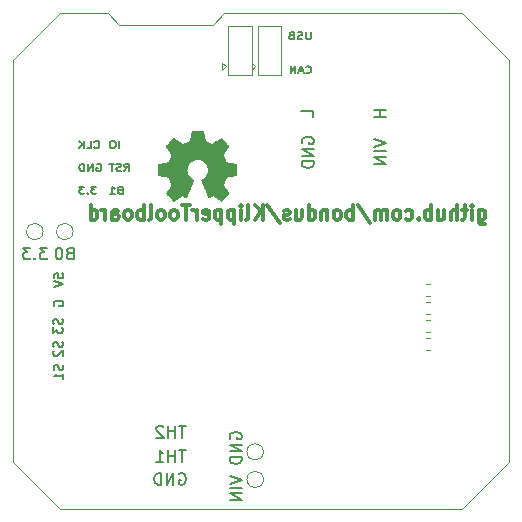
<source format=gbr>
G04 #@! TF.GenerationSoftware,KiCad,Pcbnew,(6.0.5)*
G04 #@! TF.CreationDate,2022-09-26T13:26:44+02:00*
G04 #@! TF.ProjectId,Huvud,48757675-642e-46b6-9963-61645f706362,rev?*
G04 #@! TF.SameCoordinates,PXad91980PY876bf80*
G04 #@! TF.FileFunction,Legend,Bot*
G04 #@! TF.FilePolarity,Positive*
%FSLAX46Y46*%
G04 Gerber Fmt 4.6, Leading zero omitted, Abs format (unit mm)*
G04 Created by KiCad (PCBNEW (6.0.5)) date 2022-09-26 13:26:44*
%MOMM*%
%LPD*%
G01*
G04 APERTURE LIST*
G04 #@! TA.AperFunction,Profile*
%ADD10C,0.100000*%
G04 #@! TD*
G04 #@! TA.AperFunction,Profile*
%ADD11C,0.050000*%
G04 #@! TD*
%ADD12C,0.130000*%
%ADD13C,0.150000*%
%ADD14C,0.300000*%
%ADD15C,0.200000*%
%ADD16C,0.120000*%
%ADD17C,0.010000*%
G04 APERTURE END LIST*
D10*
X42000000Y38000000D02*
X42000000Y4000000D01*
D11*
X4000000Y42000000D02*
X8000000Y42000000D01*
X17900000Y42000000D02*
X38000000Y42000000D01*
D10*
X9000000Y41000000D02*
X8000000Y42000000D01*
D11*
X4000000Y0D02*
X0Y4000000D01*
X38000000Y42000000D02*
X42000000Y38000000D01*
D10*
X17900000Y42000000D02*
X16900000Y41000000D01*
X16900000Y41000000D02*
X9000000Y41000000D01*
D11*
X0Y38000000D02*
X4000000Y42000000D01*
D10*
X0Y4000000D02*
X0Y38000000D01*
D11*
X38000000Y0D02*
X42000000Y4000000D01*
D10*
X38000000Y0D02*
X4000000Y0D01*
D12*
X6884500Y30617715D02*
X6917833Y30589143D01*
X7017833Y30560572D01*
X7084500Y30560572D01*
X7184500Y30589143D01*
X7251166Y30646286D01*
X7284500Y30703429D01*
X7317833Y30817715D01*
X7317833Y30903429D01*
X7284500Y31017715D01*
X7251166Y31074858D01*
X7184500Y31132000D01*
X7084500Y31160572D01*
X7017833Y31160572D01*
X6917833Y31132000D01*
X6884500Y31103429D01*
X6251166Y30560572D02*
X6584500Y30560572D01*
X6584500Y31160572D01*
X6017833Y30560572D02*
X6017833Y31160572D01*
X5617833Y30560572D02*
X5917833Y30903429D01*
X5617833Y31160572D02*
X6017833Y30817715D01*
X7084500Y29200000D02*
X7151166Y29228572D01*
X7251166Y29228572D01*
X7351166Y29200000D01*
X7417833Y29142858D01*
X7451166Y29085715D01*
X7484500Y28971429D01*
X7484500Y28885715D01*
X7451166Y28771429D01*
X7417833Y28714286D01*
X7351166Y28657143D01*
X7251166Y28628572D01*
X7184500Y28628572D01*
X7084500Y28657143D01*
X7051166Y28685715D01*
X7051166Y28885715D01*
X7184500Y28885715D01*
X6751166Y28628572D02*
X6751166Y29228572D01*
X6351166Y28628572D01*
X6351166Y29228572D01*
X6017833Y28628572D02*
X6017833Y29228572D01*
X5851166Y29228572D01*
X5751166Y29200000D01*
X5684500Y29142858D01*
X5651166Y29085715D01*
X5617833Y28971429D01*
X5617833Y28885715D01*
X5651166Y28771429D01*
X5684500Y28714286D01*
X5751166Y28657143D01*
X5851166Y28628572D01*
X6017833Y28628572D01*
X7051166Y27296572D02*
X6617833Y27296572D01*
X6851166Y27068000D01*
X6751166Y27068000D01*
X6684500Y27039429D01*
X6651166Y27010858D01*
X6617833Y26953715D01*
X6617833Y26810858D01*
X6651166Y26753715D01*
X6684500Y26725143D01*
X6751166Y26696572D01*
X6951166Y26696572D01*
X7017833Y26725143D01*
X7051166Y26753715D01*
X6317833Y26753715D02*
X6284500Y26725143D01*
X6317833Y26696572D01*
X6351166Y26725143D01*
X6317833Y26753715D01*
X6317833Y26696572D01*
X6051166Y27296572D02*
X5617833Y27296572D01*
X5851166Y27068000D01*
X5751166Y27068000D01*
X5684500Y27039429D01*
X5651166Y27010858D01*
X5617833Y26953715D01*
X5617833Y26810858D01*
X5651166Y26753715D01*
X5684500Y26725143D01*
X5751166Y26696572D01*
X5951166Y26696572D01*
X6017833Y26725143D01*
X6051166Y26753715D01*
X8984500Y30560572D02*
X8984500Y31160572D01*
X8517833Y31160572D02*
X8384500Y31160572D01*
X8317833Y31132000D01*
X8251166Y31074858D01*
X8217833Y30960572D01*
X8217833Y30760572D01*
X8251166Y30646286D01*
X8317833Y30589143D01*
X8384500Y30560572D01*
X8517833Y30560572D01*
X8584500Y30589143D01*
X8651166Y30646286D01*
X8684500Y30760572D01*
X8684500Y30960572D01*
X8651166Y31074858D01*
X8584500Y31132000D01*
X8517833Y31160572D01*
X9417833Y28628572D02*
X9651166Y28914286D01*
X9817833Y28628572D02*
X9817833Y29228572D01*
X9551166Y29228572D01*
X9484500Y29200000D01*
X9451166Y29171429D01*
X9417833Y29114286D01*
X9417833Y29028572D01*
X9451166Y28971429D01*
X9484500Y28942858D01*
X9551166Y28914286D01*
X9817833Y28914286D01*
X9151166Y28657143D02*
X9051166Y28628572D01*
X8884500Y28628572D01*
X8817833Y28657143D01*
X8784500Y28685715D01*
X8751166Y28742858D01*
X8751166Y28800000D01*
X8784500Y28857143D01*
X8817833Y28885715D01*
X8884500Y28914286D01*
X9017833Y28942858D01*
X9084500Y28971429D01*
X9117833Y29000000D01*
X9151166Y29057143D01*
X9151166Y29114286D01*
X9117833Y29171429D01*
X9084500Y29200000D01*
X9017833Y29228572D01*
X8851166Y29228572D01*
X8751166Y29200000D01*
X8551166Y29228572D02*
X8151166Y29228572D01*
X8351166Y28628572D02*
X8351166Y29228572D01*
X9051166Y27010858D02*
X8951166Y26982286D01*
X8917833Y26953715D01*
X8884500Y26896572D01*
X8884500Y26810858D01*
X8917833Y26753715D01*
X8951166Y26725143D01*
X9017833Y26696572D01*
X9284500Y26696572D01*
X9284500Y27296572D01*
X9051166Y27296572D01*
X8984500Y27268000D01*
X8951166Y27239429D01*
X8917833Y27182286D01*
X8917833Y27125143D01*
X8951166Y27068000D01*
X8984500Y27039429D01*
X9051166Y27010858D01*
X9284500Y27010858D01*
X8217833Y26696572D02*
X8617833Y26696572D01*
X8417833Y26696572D02*
X8417833Y27296572D01*
X8484500Y27210858D01*
X8551166Y27153715D01*
X8617833Y27125143D01*
D13*
X3461904Y19552381D02*
X3461904Y19933334D01*
X3842857Y19971429D01*
X3804761Y19933334D01*
X3766666Y19857143D01*
X3766666Y19666667D01*
X3804761Y19590477D01*
X3842857Y19552381D01*
X3919047Y19514286D01*
X4109523Y19514286D01*
X4185714Y19552381D01*
X4223809Y19590477D01*
X4261904Y19666667D01*
X4261904Y19857143D01*
X4223809Y19933334D01*
X4185714Y19971429D01*
X3461904Y19285715D02*
X4261904Y19019048D01*
X3461904Y18752381D01*
X2896119Y22126620D02*
X2277071Y22126620D01*
X2610404Y21745667D01*
X2467547Y21745667D01*
X2372309Y21698048D01*
X2324690Y21650429D01*
X2277071Y21555191D01*
X2277071Y21317096D01*
X2324690Y21221858D01*
X2372309Y21174239D01*
X2467547Y21126620D01*
X2753261Y21126620D01*
X2848500Y21174239D01*
X2896119Y21221858D01*
X1848500Y21221858D02*
X1800880Y21174239D01*
X1848500Y21126620D01*
X1896119Y21174239D01*
X1848500Y21221858D01*
X1848500Y21126620D01*
X1467547Y22126620D02*
X848500Y22126620D01*
X1181833Y21745667D01*
X1038976Y21745667D01*
X943738Y21698048D01*
X896119Y21650429D01*
X848500Y21555191D01*
X848500Y21317096D01*
X896119Y21221858D01*
X943738Y21174239D01*
X1038976Y21126620D01*
X1324690Y21126620D01*
X1419928Y21174239D01*
X1467547Y21221858D01*
X4223809Y12209524D02*
X4261904Y12095239D01*
X4261904Y11904762D01*
X4223809Y11828572D01*
X4185714Y11790477D01*
X4109523Y11752381D01*
X4033333Y11752381D01*
X3957142Y11790477D01*
X3919047Y11828572D01*
X3880952Y11904762D01*
X3842857Y12057143D01*
X3804761Y12133334D01*
X3766666Y12171429D01*
X3690476Y12209524D01*
X3614285Y12209524D01*
X3538095Y12171429D01*
X3500000Y12133334D01*
X3461904Y12057143D01*
X3461904Y11866667D01*
X3500000Y11752381D01*
X4261904Y10990477D02*
X4261904Y11447620D01*
X4261904Y11219048D02*
X3461904Y11219048D01*
X3576190Y11295239D01*
X3652380Y11371429D01*
X3690476Y11447620D01*
X24500000Y30961905D02*
X24452380Y31057143D01*
X24452380Y31200000D01*
X24500000Y31342858D01*
X24595238Y31438096D01*
X24690476Y31485715D01*
X24880952Y31533334D01*
X25023809Y31533334D01*
X25214285Y31485715D01*
X25309523Y31438096D01*
X25404761Y31342858D01*
X25452380Y31200000D01*
X25452380Y31104762D01*
X25404761Y30961905D01*
X25357142Y30914286D01*
X25023809Y30914286D01*
X25023809Y31104762D01*
X25452380Y30485715D02*
X24452380Y30485715D01*
X25452380Y29914286D01*
X24452380Y29914286D01*
X25452380Y29438096D02*
X24452380Y29438096D01*
X24452380Y29200000D01*
X24500000Y29057143D01*
X24595238Y28961905D01*
X24690476Y28914286D01*
X24880952Y28866667D01*
X25023809Y28866667D01*
X25214285Y28914286D01*
X25309523Y28961905D01*
X25404761Y29057143D01*
X25452380Y29200000D01*
X25452380Y29438096D01*
D12*
X25198833Y40377572D02*
X25198833Y39891858D01*
X25165500Y39834715D01*
X25132166Y39806143D01*
X25065500Y39777572D01*
X24932166Y39777572D01*
X24865500Y39806143D01*
X24832166Y39834715D01*
X24798833Y39891858D01*
X24798833Y40377572D01*
X24498833Y39806143D02*
X24398833Y39777572D01*
X24232166Y39777572D01*
X24165500Y39806143D01*
X24132166Y39834715D01*
X24098833Y39891858D01*
X24098833Y39949000D01*
X24132166Y40006143D01*
X24165500Y40034715D01*
X24232166Y40063286D01*
X24365500Y40091858D01*
X24432166Y40120429D01*
X24465500Y40149000D01*
X24498833Y40206143D01*
X24498833Y40263286D01*
X24465500Y40320429D01*
X24432166Y40349000D01*
X24365500Y40377572D01*
X24198833Y40377572D01*
X24098833Y40349000D01*
X23565500Y40091858D02*
X23465500Y40063286D01*
X23432166Y40034715D01*
X23398833Y39977572D01*
X23398833Y39891858D01*
X23432166Y39834715D01*
X23465500Y39806143D01*
X23532166Y39777572D01*
X23798833Y39777572D01*
X23798833Y40377572D01*
X23565500Y40377572D01*
X23498833Y40349000D01*
X23465500Y40320429D01*
X23432166Y40263286D01*
X23432166Y40206143D01*
X23465500Y40149000D01*
X23498833Y40120429D01*
X23565500Y40091858D01*
X23798833Y40091858D01*
X24798833Y36936715D02*
X24832166Y36908143D01*
X24932166Y36879572D01*
X24998833Y36879572D01*
X25098833Y36908143D01*
X25165500Y36965286D01*
X25198833Y37022429D01*
X25232166Y37136715D01*
X25232166Y37222429D01*
X25198833Y37336715D01*
X25165500Y37393858D01*
X25098833Y37451000D01*
X24998833Y37479572D01*
X24932166Y37479572D01*
X24832166Y37451000D01*
X24798833Y37422429D01*
X24532166Y37051000D02*
X24198833Y37051000D01*
X24598833Y36879572D02*
X24365500Y37479572D01*
X24132166Y36879572D01*
X23898833Y36879572D02*
X23898833Y37479572D01*
X23498833Y36879572D01*
X23498833Y37479572D01*
D14*
X39421428Y25307143D02*
X39421428Y24335715D01*
X39478571Y24221429D01*
X39535714Y24164286D01*
X39650000Y24107143D01*
X39821428Y24107143D01*
X39935714Y24164286D01*
X39421428Y24564286D02*
X39535714Y24507143D01*
X39764285Y24507143D01*
X39878571Y24564286D01*
X39935714Y24621429D01*
X39992857Y24735715D01*
X39992857Y25078572D01*
X39935714Y25192858D01*
X39878571Y25250000D01*
X39764285Y25307143D01*
X39535714Y25307143D01*
X39421428Y25250000D01*
X38850000Y24507143D02*
X38850000Y25307143D01*
X38850000Y25707143D02*
X38907142Y25650000D01*
X38850000Y25592858D01*
X38792857Y25650000D01*
X38850000Y25707143D01*
X38850000Y25592858D01*
X38450000Y25307143D02*
X37992857Y25307143D01*
X38278571Y25707143D02*
X38278571Y24678572D01*
X38221428Y24564286D01*
X38107142Y24507143D01*
X37992857Y24507143D01*
X37592857Y24507143D02*
X37592857Y25707143D01*
X37078571Y24507143D02*
X37078571Y25135715D01*
X37135714Y25250000D01*
X37250000Y25307143D01*
X37421428Y25307143D01*
X37535714Y25250000D01*
X37592857Y25192858D01*
X35992857Y25307143D02*
X35992857Y24507143D01*
X36507142Y25307143D02*
X36507142Y24678572D01*
X36450000Y24564286D01*
X36335714Y24507143D01*
X36164285Y24507143D01*
X36050000Y24564286D01*
X35992857Y24621429D01*
X35421428Y24507143D02*
X35421428Y25707143D01*
X35421428Y25250000D02*
X35307142Y25307143D01*
X35078571Y25307143D01*
X34964285Y25250000D01*
X34907142Y25192858D01*
X34850000Y25078572D01*
X34850000Y24735715D01*
X34907142Y24621429D01*
X34964285Y24564286D01*
X35078571Y24507143D01*
X35307142Y24507143D01*
X35421428Y24564286D01*
X34335714Y24621429D02*
X34278571Y24564286D01*
X34335714Y24507143D01*
X34392857Y24564286D01*
X34335714Y24621429D01*
X34335714Y24507143D01*
X33250000Y24564286D02*
X33364285Y24507143D01*
X33592857Y24507143D01*
X33707142Y24564286D01*
X33764285Y24621429D01*
X33821428Y24735715D01*
X33821428Y25078572D01*
X33764285Y25192858D01*
X33707142Y25250000D01*
X33592857Y25307143D01*
X33364285Y25307143D01*
X33250000Y25250000D01*
X32564285Y24507143D02*
X32678571Y24564286D01*
X32735714Y24621429D01*
X32792857Y24735715D01*
X32792857Y25078572D01*
X32735714Y25192858D01*
X32678571Y25250000D01*
X32564285Y25307143D01*
X32392857Y25307143D01*
X32278571Y25250000D01*
X32221428Y25192858D01*
X32164285Y25078572D01*
X32164285Y24735715D01*
X32221428Y24621429D01*
X32278571Y24564286D01*
X32392857Y24507143D01*
X32564285Y24507143D01*
X31650000Y24507143D02*
X31650000Y25307143D01*
X31650000Y25192858D02*
X31592857Y25250000D01*
X31478571Y25307143D01*
X31307142Y25307143D01*
X31192857Y25250000D01*
X31135714Y25135715D01*
X31135714Y24507143D01*
X31135714Y25135715D02*
X31078571Y25250000D01*
X30964285Y25307143D01*
X30792857Y25307143D01*
X30678571Y25250000D01*
X30621428Y25135715D01*
X30621428Y24507143D01*
X29192857Y25764286D02*
X30221428Y24221429D01*
X28792857Y24507143D02*
X28792857Y25707143D01*
X28792857Y25250000D02*
X28678571Y25307143D01*
X28450000Y25307143D01*
X28335714Y25250000D01*
X28278571Y25192858D01*
X28221428Y25078572D01*
X28221428Y24735715D01*
X28278571Y24621429D01*
X28335714Y24564286D01*
X28450000Y24507143D01*
X28678571Y24507143D01*
X28792857Y24564286D01*
X27535714Y24507143D02*
X27650000Y24564286D01*
X27707142Y24621429D01*
X27764285Y24735715D01*
X27764285Y25078572D01*
X27707142Y25192858D01*
X27650000Y25250000D01*
X27535714Y25307143D01*
X27364285Y25307143D01*
X27250000Y25250000D01*
X27192857Y25192858D01*
X27135714Y25078572D01*
X27135714Y24735715D01*
X27192857Y24621429D01*
X27250000Y24564286D01*
X27364285Y24507143D01*
X27535714Y24507143D01*
X26621428Y25307143D02*
X26621428Y24507143D01*
X26621428Y25192858D02*
X26564285Y25250000D01*
X26450000Y25307143D01*
X26278571Y25307143D01*
X26164285Y25250000D01*
X26107142Y25135715D01*
X26107142Y24507143D01*
X25021428Y24507143D02*
X25021428Y25707143D01*
X25021428Y24564286D02*
X25135714Y24507143D01*
X25364285Y24507143D01*
X25478571Y24564286D01*
X25535714Y24621429D01*
X25592857Y24735715D01*
X25592857Y25078572D01*
X25535714Y25192858D01*
X25478571Y25250000D01*
X25364285Y25307143D01*
X25135714Y25307143D01*
X25021428Y25250000D01*
X23935714Y25307143D02*
X23935714Y24507143D01*
X24450000Y25307143D02*
X24450000Y24678572D01*
X24392857Y24564286D01*
X24278571Y24507143D01*
X24107142Y24507143D01*
X23992857Y24564286D01*
X23935714Y24621429D01*
X23421428Y24564286D02*
X23307142Y24507143D01*
X23078571Y24507143D01*
X22964285Y24564286D01*
X22907142Y24678572D01*
X22907142Y24735715D01*
X22964285Y24850000D01*
X23078571Y24907143D01*
X23250000Y24907143D01*
X23364285Y24964286D01*
X23421428Y25078572D01*
X23421428Y25135715D01*
X23364285Y25250000D01*
X23250000Y25307143D01*
X23078571Y25307143D01*
X22964285Y25250000D01*
X21535714Y25764286D02*
X22564285Y24221429D01*
X21135714Y24507143D02*
X21135714Y25707143D01*
X20450000Y24507143D02*
X20964285Y25192858D01*
X20450000Y25707143D02*
X21135714Y25021429D01*
X19764285Y24507143D02*
X19878571Y24564286D01*
X19935714Y24678572D01*
X19935714Y25707143D01*
X19307142Y24507143D02*
X19307142Y25307143D01*
X19307142Y25707143D02*
X19364285Y25650000D01*
X19307142Y25592858D01*
X19250000Y25650000D01*
X19307142Y25707143D01*
X19307142Y25592858D01*
X18735714Y25307143D02*
X18735714Y24107143D01*
X18735714Y25250000D02*
X18621428Y25307143D01*
X18392857Y25307143D01*
X18278571Y25250000D01*
X18221428Y25192858D01*
X18164285Y25078572D01*
X18164285Y24735715D01*
X18221428Y24621429D01*
X18278571Y24564286D01*
X18392857Y24507143D01*
X18621428Y24507143D01*
X18735714Y24564286D01*
X17650000Y25307143D02*
X17650000Y24107143D01*
X17650000Y25250000D02*
X17535714Y25307143D01*
X17307142Y25307143D01*
X17192857Y25250000D01*
X17135714Y25192858D01*
X17078571Y25078572D01*
X17078571Y24735715D01*
X17135714Y24621429D01*
X17192857Y24564286D01*
X17307142Y24507143D01*
X17535714Y24507143D01*
X17650000Y24564286D01*
X16107142Y24564286D02*
X16221428Y24507143D01*
X16450000Y24507143D01*
X16564285Y24564286D01*
X16621428Y24678572D01*
X16621428Y25135715D01*
X16564285Y25250000D01*
X16450000Y25307143D01*
X16221428Y25307143D01*
X16107142Y25250000D01*
X16050000Y25135715D01*
X16050000Y25021429D01*
X16621428Y24907143D01*
X15535714Y24507143D02*
X15535714Y25307143D01*
X15535714Y25078572D02*
X15478571Y25192858D01*
X15421428Y25250000D01*
X15307142Y25307143D01*
X15192857Y25307143D01*
X14964285Y25707143D02*
X14278571Y25707143D01*
X14621428Y24507143D02*
X14621428Y25707143D01*
X13707142Y24507143D02*
X13821428Y24564286D01*
X13878571Y24621429D01*
X13935714Y24735715D01*
X13935714Y25078572D01*
X13878571Y25192858D01*
X13821428Y25250000D01*
X13707142Y25307143D01*
X13535714Y25307143D01*
X13421428Y25250000D01*
X13364285Y25192858D01*
X13307142Y25078572D01*
X13307142Y24735715D01*
X13364285Y24621429D01*
X13421428Y24564286D01*
X13535714Y24507143D01*
X13707142Y24507143D01*
X12621428Y24507143D02*
X12735714Y24564286D01*
X12792857Y24621429D01*
X12850000Y24735715D01*
X12850000Y25078572D01*
X12792857Y25192858D01*
X12735714Y25250000D01*
X12621428Y25307143D01*
X12450000Y25307143D01*
X12335714Y25250000D01*
X12278571Y25192858D01*
X12221428Y25078572D01*
X12221428Y24735715D01*
X12278571Y24621429D01*
X12335714Y24564286D01*
X12450000Y24507143D01*
X12621428Y24507143D01*
X11535714Y24507143D02*
X11650000Y24564286D01*
X11707142Y24678572D01*
X11707142Y25707143D01*
X11078571Y24507143D02*
X11078571Y25707143D01*
X11078571Y25250000D02*
X10964285Y25307143D01*
X10735714Y25307143D01*
X10621428Y25250000D01*
X10564285Y25192858D01*
X10507142Y25078572D01*
X10507142Y24735715D01*
X10564285Y24621429D01*
X10621428Y24564286D01*
X10735714Y24507143D01*
X10964285Y24507143D01*
X11078571Y24564286D01*
X9821428Y24507143D02*
X9935714Y24564286D01*
X9992857Y24621429D01*
X10050000Y24735715D01*
X10050000Y25078572D01*
X9992857Y25192858D01*
X9935714Y25250000D01*
X9821428Y25307143D01*
X9650000Y25307143D01*
X9535714Y25250000D01*
X9478571Y25192858D01*
X9421428Y25078572D01*
X9421428Y24735715D01*
X9478571Y24621429D01*
X9535714Y24564286D01*
X9650000Y24507143D01*
X9821428Y24507143D01*
X8392857Y24507143D02*
X8392857Y25135715D01*
X8450000Y25250000D01*
X8564285Y25307143D01*
X8792857Y25307143D01*
X8907142Y25250000D01*
X8392857Y24564286D02*
X8507142Y24507143D01*
X8792857Y24507143D01*
X8907142Y24564286D01*
X8964285Y24678572D01*
X8964285Y24792858D01*
X8907142Y24907143D01*
X8792857Y24964286D01*
X8507142Y24964286D01*
X8392857Y25021429D01*
X7821428Y24507143D02*
X7821428Y25307143D01*
X7821428Y25078572D02*
X7764285Y25192858D01*
X7707142Y25250000D01*
X7592857Y25307143D01*
X7478571Y25307143D01*
X6564285Y24507143D02*
X6564285Y25707143D01*
X6564285Y24564286D02*
X6678571Y24507143D01*
X6907142Y24507143D01*
X7021428Y24564286D01*
X7078571Y24621429D01*
X7135714Y24735715D01*
X7135714Y25078572D01*
X7078571Y25192858D01*
X7021428Y25250000D01*
X6907142Y25307143D01*
X6678571Y25307143D01*
X6564285Y25250000D01*
D13*
X3500000Y17190477D02*
X3461904Y17266667D01*
X3461904Y17380953D01*
X3500000Y17495239D01*
X3576190Y17571429D01*
X3652380Y17609524D01*
X3804761Y17647620D01*
X3919047Y17647620D01*
X4071428Y17609524D01*
X4147619Y17571429D01*
X4223809Y17495239D01*
X4261904Y17380953D01*
X4261904Y17304762D01*
X4223809Y17190477D01*
X4185714Y17152381D01*
X3919047Y17152381D01*
X3919047Y17304762D01*
X30602380Y31295239D02*
X31602380Y30961905D01*
X30602380Y30628572D01*
X31602380Y30295239D02*
X30602380Y30295239D01*
X31602380Y29819048D02*
X30602380Y29819048D01*
X31602380Y29247620D01*
X30602380Y29247620D01*
D15*
X18400000Y5933334D02*
X18352380Y6028572D01*
X18352380Y6171429D01*
X18400000Y6314286D01*
X18495238Y6409524D01*
X18590476Y6457143D01*
X18780952Y6504762D01*
X18923809Y6504762D01*
X19114285Y6457143D01*
X19209523Y6409524D01*
X19304761Y6314286D01*
X19352380Y6171429D01*
X19352380Y6076191D01*
X19304761Y5933334D01*
X19257142Y5885715D01*
X18923809Y5885715D01*
X18923809Y6076191D01*
X19352380Y5457143D02*
X18352380Y5457143D01*
X19352380Y4885715D01*
X18352380Y4885715D01*
X19352380Y4409524D02*
X18352380Y4409524D01*
X18352380Y4171429D01*
X18400000Y4028572D01*
X18495238Y3933334D01*
X18590476Y3885715D01*
X18780952Y3838096D01*
X18923809Y3838096D01*
X19114285Y3885715D01*
X19209523Y3933334D01*
X19304761Y4028572D01*
X19352380Y4171429D01*
X19352380Y4409524D01*
X18352380Y2790477D02*
X19352380Y2457143D01*
X18352380Y2123810D01*
X19352380Y1790477D02*
X18352380Y1790477D01*
X19352380Y1314286D02*
X18352380Y1314286D01*
X19352380Y742858D01*
X18352380Y742858D01*
D13*
X14614166Y7047620D02*
X14042738Y7047620D01*
X14328452Y6047620D02*
X14328452Y7047620D01*
X13709404Y6047620D02*
X13709404Y7047620D01*
X13709404Y6571429D02*
X13137976Y6571429D01*
X13137976Y6047620D02*
X13137976Y7047620D01*
X12709404Y6952381D02*
X12661785Y7000000D01*
X12566547Y7047620D01*
X12328452Y7047620D01*
X12233214Y7000000D01*
X12185595Y6952381D01*
X12137976Y6857143D01*
X12137976Y6761905D01*
X12185595Y6619048D01*
X12757023Y6047620D01*
X12137976Y6047620D01*
X14061904Y3000000D02*
X14157142Y3047620D01*
X14300000Y3047620D01*
X14442857Y3000000D01*
X14538095Y2904762D01*
X14585714Y2809524D01*
X14633333Y2619048D01*
X14633333Y2476191D01*
X14585714Y2285715D01*
X14538095Y2190477D01*
X14442857Y2095239D01*
X14300000Y2047620D01*
X14204761Y2047620D01*
X14061904Y2095239D01*
X14014285Y2142858D01*
X14014285Y2476191D01*
X14204761Y2476191D01*
X13585714Y2047620D02*
X13585714Y3047620D01*
X13014285Y2047620D01*
X13014285Y3047620D01*
X12538095Y2047620D02*
X12538095Y3047620D01*
X12300000Y3047620D01*
X12157142Y3000000D01*
X12061904Y2904762D01*
X12014285Y2809524D01*
X11966666Y2619048D01*
X11966666Y2476191D01*
X12014285Y2285715D01*
X12061904Y2190477D01*
X12157142Y2095239D01*
X12300000Y2047620D01*
X12538095Y2047620D01*
X4793261Y21650429D02*
X4650404Y21602810D01*
X4602785Y21555191D01*
X4555166Y21459953D01*
X4555166Y21317096D01*
X4602785Y21221858D01*
X4650404Y21174239D01*
X4745642Y21126620D01*
X5126595Y21126620D01*
X5126595Y22126620D01*
X4793261Y22126620D01*
X4698023Y22079000D01*
X4650404Y22031381D01*
X4602785Y21936143D01*
X4602785Y21840905D01*
X4650404Y21745667D01*
X4698023Y21698048D01*
X4793261Y21650429D01*
X5126595Y21650429D01*
X3936119Y22126620D02*
X3840880Y22126620D01*
X3745642Y22079000D01*
X3698023Y22031381D01*
X3650404Y21936143D01*
X3602785Y21745667D01*
X3602785Y21507572D01*
X3650404Y21317096D01*
X3698023Y21221858D01*
X3745642Y21174239D01*
X3840880Y21126620D01*
X3936119Y21126620D01*
X4031357Y21174239D01*
X4078976Y21221858D01*
X4126595Y21317096D01*
X4174214Y21507572D01*
X4174214Y21745667D01*
X4126595Y21936143D01*
X4078976Y22031381D01*
X4031357Y22079000D01*
X3936119Y22126620D01*
X14614166Y4997620D02*
X14042738Y4997620D01*
X14328452Y3997620D02*
X14328452Y4997620D01*
X13709404Y3997620D02*
X13709404Y4997620D01*
X13709404Y4521429D02*
X13137976Y4521429D01*
X13137976Y3997620D02*
X13137976Y4997620D01*
X12137976Y3997620D02*
X12709404Y3997620D01*
X12423690Y3997620D02*
X12423690Y4997620D01*
X12518928Y4854762D01*
X12614166Y4759524D01*
X12709404Y4711905D01*
X4173809Y16109524D02*
X4211904Y15995239D01*
X4211904Y15804762D01*
X4173809Y15728572D01*
X4135714Y15690477D01*
X4059523Y15652381D01*
X3983333Y15652381D01*
X3907142Y15690477D01*
X3869047Y15728572D01*
X3830952Y15804762D01*
X3792857Y15957143D01*
X3754761Y16033334D01*
X3716666Y16071429D01*
X3640476Y16109524D01*
X3564285Y16109524D01*
X3488095Y16071429D01*
X3450000Y16033334D01*
X3411904Y15957143D01*
X3411904Y15766667D01*
X3450000Y15652381D01*
X3411904Y15385715D02*
X3411904Y14890477D01*
X3716666Y15157143D01*
X3716666Y15042858D01*
X3754761Y14966667D01*
X3792857Y14928572D01*
X3869047Y14890477D01*
X4059523Y14890477D01*
X4135714Y14928572D01*
X4173809Y14966667D01*
X4211904Y15042858D01*
X4211904Y15271429D01*
X4173809Y15347620D01*
X4135714Y15385715D01*
X25402380Y33190477D02*
X25402380Y33666667D01*
X24402380Y33666667D01*
X31602380Y33785715D02*
X30602380Y33785715D01*
X31078571Y33785715D02*
X31078571Y33214286D01*
X31602380Y33214286D02*
X30602380Y33214286D01*
X4173809Y14159524D02*
X4211904Y14045239D01*
X4211904Y13854762D01*
X4173809Y13778572D01*
X4135714Y13740477D01*
X4059523Y13702381D01*
X3983333Y13702381D01*
X3907142Y13740477D01*
X3869047Y13778572D01*
X3830952Y13854762D01*
X3792857Y14007143D01*
X3754761Y14083334D01*
X3716666Y14121429D01*
X3640476Y14159524D01*
X3564285Y14159524D01*
X3488095Y14121429D01*
X3450000Y14083334D01*
X3411904Y14007143D01*
X3411904Y13816667D01*
X3450000Y13702381D01*
X3488095Y13397620D02*
X3450000Y13359524D01*
X3411904Y13283334D01*
X3411904Y13092858D01*
X3450000Y13016667D01*
X3488095Y12978572D01*
X3564285Y12940477D01*
X3640476Y12940477D01*
X3754761Y12978572D01*
X4211904Y13435715D01*
X4211904Y12940477D01*
D16*
X5088500Y23484000D02*
G75*
G03*
X5088500Y23484000I-700000J0D01*
G01*
X2548500Y23484000D02*
G75*
G03*
X2548500Y23484000I-700000J0D01*
G01*
X21200000Y2500000D02*
G75*
G03*
X21200000Y2500000I-700000J0D01*
G01*
X21200000Y4840000D02*
G75*
G03*
X21200000Y4840000I-700000J0D01*
G01*
G36*
X16137275Y31581069D02*
G01*
X16221095Y31136445D01*
X16839667Y30881449D01*
X17210707Y31133754D01*
X17284144Y31183494D01*
X17381499Y31248782D01*
X17465787Y31304546D01*
X17532631Y31347922D01*
X17577654Y31376047D01*
X17596478Y31386058D01*
X17608039Y31378939D01*
X17642596Y31349106D01*
X17694894Y31300148D01*
X17760500Y31236560D01*
X17834983Y31162837D01*
X17913913Y31083475D01*
X17992856Y31002969D01*
X18067384Y30925815D01*
X18133063Y30856507D01*
X18185463Y30799543D01*
X18220153Y30759416D01*
X18232701Y30740623D01*
X18229782Y30732549D01*
X18209571Y30696531D01*
X18172663Y30637256D01*
X18122050Y30559370D01*
X18060725Y30467519D01*
X17991679Y30366350D01*
X17953787Y30311174D01*
X17888606Y30215116D01*
X17832723Y30131283D01*
X17789117Y30064223D01*
X17760769Y30018481D01*
X17750657Y29998604D01*
X17750823Y29997503D01*
X17759743Y29972306D01*
X17780206Y29920853D01*
X17809360Y29849865D01*
X17844353Y29766065D01*
X17882332Y29676172D01*
X17920445Y29586909D01*
X17955839Y29504997D01*
X17985662Y29437157D01*
X18007061Y29390110D01*
X18017184Y29370578D01*
X18023174Y29368845D01*
X18059566Y29361031D01*
X18124427Y29348085D01*
X18212565Y29331021D01*
X18318787Y29310849D01*
X18437902Y29288582D01*
X18500683Y29276777D01*
X18615912Y29254252D01*
X18716662Y29233450D01*
X18797426Y29215565D01*
X18852698Y29201792D01*
X18876971Y29193326D01*
X18881331Y29184934D01*
X18888563Y29143928D01*
X18894246Y29075632D01*
X18898382Y28986471D01*
X18900977Y28882872D01*
X18902036Y28771260D01*
X18901561Y28658062D01*
X18899559Y28549704D01*
X18896033Y28452611D01*
X18890987Y28373210D01*
X18884427Y28317928D01*
X18876356Y28293190D01*
X18871458Y28290400D01*
X18834930Y28278431D01*
X18771565Y28262595D01*
X18688686Y28244626D01*
X18593618Y28226259D01*
X18561542Y28220409D01*
X18413393Y28193202D01*
X18296961Y28171337D01*
X18208209Y28153907D01*
X18143103Y28140004D01*
X18097606Y28128723D01*
X18067682Y28119157D01*
X18049294Y28110399D01*
X18038407Y28101543D01*
X18037142Y28100057D01*
X18019338Y28069069D01*
X17992994Y28012366D01*
X17960661Y27936601D01*
X17924893Y27848426D01*
X17888244Y27754493D01*
X17853266Y27661453D01*
X17822513Y27575959D01*
X17798538Y27504664D01*
X17783895Y27454218D01*
X17781136Y27431274D01*
X17782981Y27428297D01*
X17802075Y27399507D01*
X17837984Y27346405D01*
X17887378Y27273883D01*
X17946927Y27186833D01*
X18013303Y27090146D01*
X18031520Y27063544D01*
X18095577Y26968125D01*
X18150937Y26882788D01*
X18194439Y26812595D01*
X18222924Y26762606D01*
X18233232Y26737884D01*
X18231011Y26731384D01*
X18207858Y26699356D01*
X18162177Y26647055D01*
X18097241Y26578001D01*
X18016319Y26495714D01*
X17922685Y26403714D01*
X17869165Y26352219D01*
X17784542Y26272017D01*
X17710475Y26203322D01*
X17650941Y26149748D01*
X17609917Y26114915D01*
X17591381Y26102437D01*
X17578646Y26107062D01*
X17539436Y26128943D01*
X17482495Y26164727D01*
X17415250Y26209883D01*
X17367438Y26242835D01*
X17271985Y26308273D01*
X17170125Y26377772D01*
X17077088Y26440925D01*
X16894832Y26564200D01*
X16741841Y26481480D01*
X16705817Y26462387D01*
X16640303Y26429728D01*
X16589640Y26407181D01*
X16562564Y26398774D01*
X16553703Y26409570D01*
X16531699Y26450677D01*
X16499199Y26518451D01*
X16458010Y26608591D01*
X16409942Y26716795D01*
X16356802Y26838763D01*
X16300399Y26970192D01*
X16242542Y27106782D01*
X16185038Y27244233D01*
X16129697Y27378242D01*
X16078326Y27504509D01*
X16032735Y27618732D01*
X15994732Y27716610D01*
X15966124Y27793843D01*
X15948721Y27846129D01*
X15944331Y27869167D01*
X15944628Y27869840D01*
X15965077Y27891137D01*
X16007850Y27924492D01*
X16064117Y27962989D01*
X16081877Y27974744D01*
X16217014Y28086265D01*
X16328856Y28219094D01*
X16414755Y28367702D01*
X16472062Y28526560D01*
X16498131Y28690140D01*
X16490313Y28852912D01*
X16458644Y28997685D01*
X16401782Y29143876D01*
X16318888Y29274297D01*
X16205131Y29398187D01*
X16160433Y29437765D01*
X16015935Y29535277D01*
X15859838Y29600950D01*
X15696667Y29635370D01*
X15530943Y29639126D01*
X15367192Y29612806D01*
X15209936Y29556997D01*
X15063698Y29472286D01*
X14933004Y29359263D01*
X14822374Y29218513D01*
X14801105Y29183658D01*
X14728810Y29024345D01*
X14690415Y28858448D01*
X14684914Y28690263D01*
X14711301Y28524087D01*
X14768570Y28364216D01*
X14855717Y28214947D01*
X14971736Y28080577D01*
X15115622Y27965401D01*
X15120294Y27962298D01*
X15175964Y27923067D01*
X15217689Y27889714D01*
X15236746Y27869167D01*
X15234342Y27853059D01*
X15219391Y27806156D01*
X15192881Y27733461D01*
X15156620Y27639275D01*
X15112416Y27527902D01*
X15062076Y27403642D01*
X15007407Y27270798D01*
X14950218Y27133673D01*
X14892316Y26996568D01*
X14835510Y26863785D01*
X14781606Y26739626D01*
X14732412Y26628394D01*
X14689737Y26534391D01*
X14655387Y26461918D01*
X14631171Y26415278D01*
X14618897Y26398774D01*
X14608689Y26401009D01*
X14568586Y26417074D01*
X14509318Y26445241D01*
X14439619Y26481480D01*
X14286629Y26564200D01*
X14104373Y26440925D01*
X14050527Y26404421D01*
X13950374Y26336216D01*
X13850525Y26267902D01*
X13766211Y26209883D01*
X13719679Y26178264D01*
X13659200Y26138980D01*
X13614357Y26112088D01*
X13592455Y26102117D01*
X13583045Y26106350D01*
X13549031Y26132279D01*
X13496595Y26177930D01*
X13430301Y26238814D01*
X13354713Y26310439D01*
X13274396Y26388317D01*
X13193913Y26467955D01*
X13117829Y26544865D01*
X13050707Y26614555D01*
X12997112Y26672536D01*
X12961608Y26714316D01*
X12948759Y26735407D01*
X12949500Y26739419D01*
X12964793Y26772080D01*
X12997462Y26828588D01*
X13044350Y26903837D01*
X13102301Y26992725D01*
X13168157Y27090146D01*
X13186627Y27117018D01*
X13251482Y27211577D01*
X13308609Y27295173D01*
X13354678Y27362916D01*
X13386359Y27409914D01*
X13400324Y27431274D01*
X13400668Y27432189D01*
X13396546Y27458322D01*
X13380807Y27511260D01*
X13356004Y27584353D01*
X13324689Y27670948D01*
X13289417Y27764392D01*
X13252740Y27858035D01*
X13217212Y27945223D01*
X13185386Y28019305D01*
X13159816Y28073629D01*
X13143053Y28101543D01*
X13141374Y28103276D01*
X13129372Y28112044D01*
X13109103Y28120885D01*
X13076529Y28130708D01*
X13027616Y28142417D01*
X12958327Y28156920D01*
X12864625Y28175124D01*
X12742476Y28197934D01*
X12587842Y28226259D01*
X12555770Y28232220D01*
X12463893Y28250648D01*
X12386607Y28268108D01*
X12331236Y28282867D01*
X12305105Y28293190D01*
X12300733Y28301803D01*
X12293445Y28343174D01*
X12287669Y28411759D01*
X12283410Y28501132D01*
X12280673Y28604865D01*
X12279462Y28716535D01*
X12279782Y28829713D01*
X12281636Y28937974D01*
X12285030Y29034892D01*
X12289967Y29114041D01*
X12296452Y29168994D01*
X12304489Y29193326D01*
X12312696Y29196921D01*
X12353519Y29208252D01*
X12422524Y29224278D01*
X12514203Y29243805D01*
X12623050Y29265638D01*
X12743558Y29288582D01*
X12809357Y29300841D01*
X12922135Y29322099D01*
X13019207Y29340713D01*
X13095382Y29355672D01*
X13145469Y29365964D01*
X13164276Y29370578D01*
X13164983Y29371529D01*
X13176961Y29395690D01*
X13199794Y29446306D01*
X13230630Y29516662D01*
X13266613Y29600042D01*
X13304891Y29689730D01*
X13342609Y29779011D01*
X13376913Y29861168D01*
X13404949Y29929487D01*
X13423864Y29977252D01*
X13430803Y29997746D01*
X13427742Y30004957D01*
X13407372Y30039272D01*
X13370422Y30097030D01*
X13319860Y30173701D01*
X13258657Y30264752D01*
X13189781Y30365650D01*
X13151994Y30420907D01*
X13086782Y30517785D01*
X13030871Y30602807D01*
X12987241Y30671338D01*
X12958877Y30718740D01*
X12948759Y30740377D01*
X12955790Y30752113D01*
X12985197Y30787182D01*
X13033441Y30840255D01*
X13096093Y30906836D01*
X13168725Y30982426D01*
X13246908Y31062528D01*
X13326214Y31142646D01*
X13402213Y31218282D01*
X13470478Y31284938D01*
X13526580Y31338118D01*
X13566090Y31373324D01*
X13584579Y31386058D01*
X13594843Y31381107D01*
X13632530Y31358143D01*
X13693348Y31319062D01*
X13772913Y31266728D01*
X13866843Y31204004D01*
X13970754Y31133754D01*
X14341794Y30881449D01*
X14651080Y31008947D01*
X14960365Y31136445D01*
X15044186Y31581069D01*
X15128006Y32025693D01*
X16053454Y32025693D01*
X16137275Y31581069D01*
G37*
D17*
X16137275Y31581069D02*
X16221095Y31136445D01*
X16839667Y30881449D01*
X17210707Y31133754D01*
X17284144Y31183494D01*
X17381499Y31248782D01*
X17465787Y31304546D01*
X17532631Y31347922D01*
X17577654Y31376047D01*
X17596478Y31386058D01*
X17608039Y31378939D01*
X17642596Y31349106D01*
X17694894Y31300148D01*
X17760500Y31236560D01*
X17834983Y31162837D01*
X17913913Y31083475D01*
X17992856Y31002969D01*
X18067384Y30925815D01*
X18133063Y30856507D01*
X18185463Y30799543D01*
X18220153Y30759416D01*
X18232701Y30740623D01*
X18229782Y30732549D01*
X18209571Y30696531D01*
X18172663Y30637256D01*
X18122050Y30559370D01*
X18060725Y30467519D01*
X17991679Y30366350D01*
X17953787Y30311174D01*
X17888606Y30215116D01*
X17832723Y30131283D01*
X17789117Y30064223D01*
X17760769Y30018481D01*
X17750657Y29998604D01*
X17750823Y29997503D01*
X17759743Y29972306D01*
X17780206Y29920853D01*
X17809360Y29849865D01*
X17844353Y29766065D01*
X17882332Y29676172D01*
X17920445Y29586909D01*
X17955839Y29504997D01*
X17985662Y29437157D01*
X18007061Y29390110D01*
X18017184Y29370578D01*
X18023174Y29368845D01*
X18059566Y29361031D01*
X18124427Y29348085D01*
X18212565Y29331021D01*
X18318787Y29310849D01*
X18437902Y29288582D01*
X18500683Y29276777D01*
X18615912Y29254252D01*
X18716662Y29233450D01*
X18797426Y29215565D01*
X18852698Y29201792D01*
X18876971Y29193326D01*
X18881331Y29184934D01*
X18888563Y29143928D01*
X18894246Y29075632D01*
X18898382Y28986471D01*
X18900977Y28882872D01*
X18902036Y28771260D01*
X18901561Y28658062D01*
X18899559Y28549704D01*
X18896033Y28452611D01*
X18890987Y28373210D01*
X18884427Y28317928D01*
X18876356Y28293190D01*
X18871458Y28290400D01*
X18834930Y28278431D01*
X18771565Y28262595D01*
X18688686Y28244626D01*
X18593618Y28226259D01*
X18561542Y28220409D01*
X18413393Y28193202D01*
X18296961Y28171337D01*
X18208209Y28153907D01*
X18143103Y28140004D01*
X18097606Y28128723D01*
X18067682Y28119157D01*
X18049294Y28110399D01*
X18038407Y28101543D01*
X18037142Y28100057D01*
X18019338Y28069069D01*
X17992994Y28012366D01*
X17960661Y27936601D01*
X17924893Y27848426D01*
X17888244Y27754493D01*
X17853266Y27661453D01*
X17822513Y27575959D01*
X17798538Y27504664D01*
X17783895Y27454218D01*
X17781136Y27431274D01*
X17782981Y27428297D01*
X17802075Y27399507D01*
X17837984Y27346405D01*
X17887378Y27273883D01*
X17946927Y27186833D01*
X18013303Y27090146D01*
X18031520Y27063544D01*
X18095577Y26968125D01*
X18150937Y26882788D01*
X18194439Y26812595D01*
X18222924Y26762606D01*
X18233232Y26737884D01*
X18231011Y26731384D01*
X18207858Y26699356D01*
X18162177Y26647055D01*
X18097241Y26578001D01*
X18016319Y26495714D01*
X17922685Y26403714D01*
X17869165Y26352219D01*
X17784542Y26272017D01*
X17710475Y26203322D01*
X17650941Y26149748D01*
X17609917Y26114915D01*
X17591381Y26102437D01*
X17578646Y26107062D01*
X17539436Y26128943D01*
X17482495Y26164727D01*
X17415250Y26209883D01*
X17367438Y26242835D01*
X17271985Y26308273D01*
X17170125Y26377772D01*
X17077088Y26440925D01*
X16894832Y26564200D01*
X16741841Y26481480D01*
X16705817Y26462387D01*
X16640303Y26429728D01*
X16589640Y26407181D01*
X16562564Y26398774D01*
X16553703Y26409570D01*
X16531699Y26450677D01*
X16499199Y26518451D01*
X16458010Y26608591D01*
X16409942Y26716795D01*
X16356802Y26838763D01*
X16300399Y26970192D01*
X16242542Y27106782D01*
X16185038Y27244233D01*
X16129697Y27378242D01*
X16078326Y27504509D01*
X16032735Y27618732D01*
X15994732Y27716610D01*
X15966124Y27793843D01*
X15948721Y27846129D01*
X15944331Y27869167D01*
X15944628Y27869840D01*
X15965077Y27891137D01*
X16007850Y27924492D01*
X16064117Y27962989D01*
X16081877Y27974744D01*
X16217014Y28086265D01*
X16328856Y28219094D01*
X16414755Y28367702D01*
X16472062Y28526560D01*
X16498131Y28690140D01*
X16490313Y28852912D01*
X16458644Y28997685D01*
X16401782Y29143876D01*
X16318888Y29274297D01*
X16205131Y29398187D01*
X16160433Y29437765D01*
X16015935Y29535277D01*
X15859838Y29600950D01*
X15696667Y29635370D01*
X15530943Y29639126D01*
X15367192Y29612806D01*
X15209936Y29556997D01*
X15063698Y29472286D01*
X14933004Y29359263D01*
X14822374Y29218513D01*
X14801105Y29183658D01*
X14728810Y29024345D01*
X14690415Y28858448D01*
X14684914Y28690263D01*
X14711301Y28524087D01*
X14768570Y28364216D01*
X14855717Y28214947D01*
X14971736Y28080577D01*
X15115622Y27965401D01*
X15120294Y27962298D01*
X15175964Y27923067D01*
X15217689Y27889714D01*
X15236746Y27869167D01*
X15234342Y27853059D01*
X15219391Y27806156D01*
X15192881Y27733461D01*
X15156620Y27639275D01*
X15112416Y27527902D01*
X15062076Y27403642D01*
X15007407Y27270798D01*
X14950218Y27133673D01*
X14892316Y26996568D01*
X14835510Y26863785D01*
X14781606Y26739626D01*
X14732412Y26628394D01*
X14689737Y26534391D01*
X14655387Y26461918D01*
X14631171Y26415278D01*
X14618897Y26398774D01*
X14608689Y26401009D01*
X14568586Y26417074D01*
X14509318Y26445241D01*
X14439619Y26481480D01*
X14286629Y26564200D01*
X14104373Y26440925D01*
X14050527Y26404421D01*
X13950374Y26336216D01*
X13850525Y26267902D01*
X13766211Y26209883D01*
X13719679Y26178264D01*
X13659200Y26138980D01*
X13614357Y26112088D01*
X13592455Y26102117D01*
X13583045Y26106350D01*
X13549031Y26132279D01*
X13496595Y26177930D01*
X13430301Y26238814D01*
X13354713Y26310439D01*
X13274396Y26388317D01*
X13193913Y26467955D01*
X13117829Y26544865D01*
X13050707Y26614555D01*
X12997112Y26672536D01*
X12961608Y26714316D01*
X12948759Y26735407D01*
X12949500Y26739419D01*
X12964793Y26772080D01*
X12997462Y26828588D01*
X13044350Y26903837D01*
X13102301Y26992725D01*
X13168157Y27090146D01*
X13186627Y27117018D01*
X13251482Y27211577D01*
X13308609Y27295173D01*
X13354678Y27362916D01*
X13386359Y27409914D01*
X13400324Y27431274D01*
X13400668Y27432189D01*
X13396546Y27458322D01*
X13380807Y27511260D01*
X13356004Y27584353D01*
X13324689Y27670948D01*
X13289417Y27764392D01*
X13252740Y27858035D01*
X13217212Y27945223D01*
X13185386Y28019305D01*
X13159816Y28073629D01*
X13143053Y28101543D01*
X13141374Y28103276D01*
X13129372Y28112044D01*
X13109103Y28120885D01*
X13076529Y28130708D01*
X13027616Y28142417D01*
X12958327Y28156920D01*
X12864625Y28175124D01*
X12742476Y28197934D01*
X12587842Y28226259D01*
X12555770Y28232220D01*
X12463893Y28250648D01*
X12386607Y28268108D01*
X12331236Y28282867D01*
X12305105Y28293190D01*
X12300733Y28301803D01*
X12293445Y28343174D01*
X12287669Y28411759D01*
X12283410Y28501132D01*
X12280673Y28604865D01*
X12279462Y28716535D01*
X12279782Y28829713D01*
X12281636Y28937974D01*
X12285030Y29034892D01*
X12289967Y29114041D01*
X12296452Y29168994D01*
X12304489Y29193326D01*
X12312696Y29196921D01*
X12353519Y29208252D01*
X12422524Y29224278D01*
X12514203Y29243805D01*
X12623050Y29265638D01*
X12743558Y29288582D01*
X12809357Y29300841D01*
X12922135Y29322099D01*
X13019207Y29340713D01*
X13095382Y29355672D01*
X13145469Y29365964D01*
X13164276Y29370578D01*
X13164983Y29371529D01*
X13176961Y29395690D01*
X13199794Y29446306D01*
X13230630Y29516662D01*
X13266613Y29600042D01*
X13304891Y29689730D01*
X13342609Y29779011D01*
X13376913Y29861168D01*
X13404949Y29929487D01*
X13423864Y29977252D01*
X13430803Y29997746D01*
X13427742Y30004957D01*
X13407372Y30039272D01*
X13370422Y30097030D01*
X13319860Y30173701D01*
X13258657Y30264752D01*
X13189781Y30365650D01*
X13151994Y30420907D01*
X13086782Y30517785D01*
X13030871Y30602807D01*
X12987241Y30671338D01*
X12958877Y30718740D01*
X12948759Y30740377D01*
X12955790Y30752113D01*
X12985197Y30787182D01*
X13033441Y30840255D01*
X13096093Y30906836D01*
X13168725Y30982426D01*
X13246908Y31062528D01*
X13326214Y31142646D01*
X13402213Y31218282D01*
X13470478Y31284938D01*
X13526580Y31338118D01*
X13566090Y31373324D01*
X13584579Y31386058D01*
X13594843Y31381107D01*
X13632530Y31358143D01*
X13693348Y31319062D01*
X13772913Y31266728D01*
X13866843Y31204004D01*
X13970754Y31133754D01*
X14341794Y30881449D01*
X14651080Y31008947D01*
X14960365Y31136445D01*
X15044186Y31581069D01*
X15128006Y32025693D01*
X16053454Y32025693D01*
X16137275Y31581069D01*
D16*
X20200000Y37200000D02*
X20200000Y37800000D01*
X20500000Y37500000D02*
X20200000Y37800000D01*
X22700000Y36750000D02*
X22700000Y40850000D01*
X22700000Y40850000D02*
X20700000Y40850000D01*
X20700000Y36750000D02*
X22700000Y36750000D01*
X20500000Y37500000D02*
X20200000Y37200000D01*
X20700000Y40850000D02*
X20700000Y36750000D01*
X34987221Y16010000D02*
X35312779Y16010000D01*
X34987221Y14990000D02*
X35312779Y14990000D01*
X34987221Y13490000D02*
X35312779Y13490000D01*
X34987221Y14510000D02*
X35312779Y14510000D01*
X34987221Y16490000D02*
X35312779Y16490000D01*
X34987221Y17510000D02*
X35312779Y17510000D01*
X34987221Y19010000D02*
X35312779Y19010000D01*
X34987221Y17990000D02*
X35312779Y17990000D01*
X17700000Y37200000D02*
X17700000Y37800000D01*
X20200000Y40850000D02*
X18200000Y40850000D01*
X18200000Y36750000D02*
X20200000Y36750000D01*
X20200000Y36750000D02*
X20200000Y40850000D01*
X18200000Y40850000D02*
X18200000Y36750000D01*
X18000000Y37500000D02*
X17700000Y37200000D01*
X18000000Y37500000D02*
X17700000Y37800000D01*
M02*

</source>
